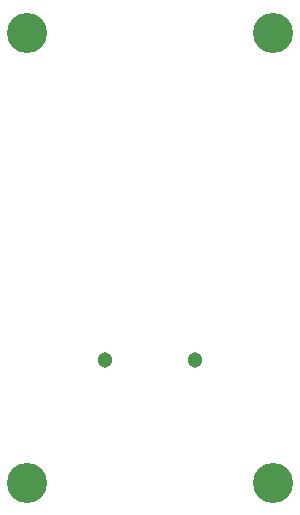
<source format=gbr>
G04 #@! TF.GenerationSoftware,KiCad,Pcbnew,5.1.0-rc2-unknown-036be7d~80~ubuntu16.04.1*
G04 #@! TF.CreationDate,2023-05-22T15:02:47+03:00*
G04 #@! TF.ProjectId,UEXT-P4Q_Rev_A,55455854-2d50-4345-915f-5265765f412e,A*
G04 #@! TF.SameCoordinates,Original*
G04 #@! TF.FileFunction,Soldermask,Bot*
G04 #@! TF.FilePolarity,Negative*
%FSLAX46Y46*%
G04 Gerber Fmt 4.6, Leading zero omitted, Abs format (unit mm)*
G04 Created by KiCad (PCBNEW 5.1.0-rc2-unknown-036be7d~80~ubuntu16.04.1) date 2023-05-22 15:02:47*
%MOMM*%
%LPD*%
G04 APERTURE LIST*
%ADD10C,3.401600*%
%ADD11C,1.301600*%
G04 APERTURE END LIST*
D10*
X76600000Y-130100000D03*
X97400000Y-130100000D03*
X76600000Y-168200000D03*
X97400000Y-168200000D03*
D11*
X90810000Y-157800000D03*
X83190000Y-157800000D03*
M02*

</source>
